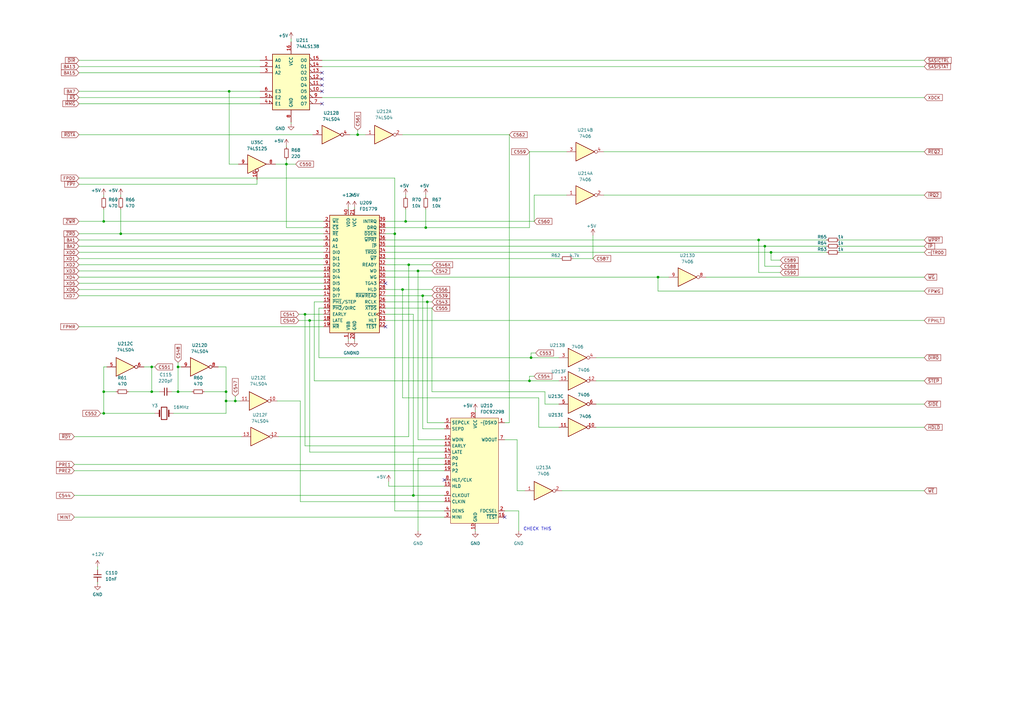
<source format=kicad_sch>
(kicad_sch (version 20211123) (generator eeschema)
  (paper "A3")
  (lib_symbols
    (symbol "74xx:74LS04"
      (property "Reference" "U" (at 0 1.27 0))
      (property "Value" "74LS04" (at 0 -1.27 0))
      (symbol "74LS04_1_0"
        (polyline (pts (xy -3.81 3.81) (xy -3.81 -3.81) (xy 3.81 0) (xy -3.81 3.81)) (stroke (width 0.254)) (fill (type background)))
        (pin input line (at -7.62 0 0) (length 3.81) (name "~") (number "1"))
        (pin output inverted (at 7.62 0 180) (length 3.81) (name "~") (number "2"))
      )
      (symbol "74LS04_2_0"
        (polyline (pts (xy -3.81 3.81) (xy -3.81 -3.81) (xy 3.81 0) (xy -3.81 3.81)) (stroke (width 0.254)) (fill (type background)))
        (pin input line (at -7.62 0 0) (length 3.81) (name "~") (number "3"))
        (pin output inverted (at 7.62 0 180) (length 3.81) (name "~") (number "4"))
      )
      (symbol "74LS04_3_0"
        (polyline (pts (xy -3.81 3.81) (xy -3.81 -3.81) (xy 3.81 0) (xy -3.81 3.81)) (stroke (width 0.254)) (fill (type background)))
        (pin input line (at -7.62 0 0) (length 3.81) (name "~") (number "5"))
        (pin output inverted (at 7.62 0 180) (length 3.81) (name "~") (number "6"))
      )
      (symbol "74LS04_4_0"
        (polyline (pts (xy -3.81 3.81) (xy -3.81 -3.81) (xy 3.81 0) (xy -3.81 3.81)) (stroke (width 0.254)) (fill (type background)))
        (pin output inverted (at 7.62 0 180) (length 3.81) (name "~") (number "8"))
        (pin input line (at -7.62 0 0) (length 3.81) (name "~") (number "9"))
      )
      (symbol "74LS04_5_0"
        (polyline (pts (xy -3.81 3.81) (xy -3.81 -3.81) (xy 3.81 0) (xy -3.81 3.81)) (stroke (width 0.254)) (fill (type background)))
        (pin output inverted (at 7.62 0 180) (length 3.81) (name "~") (number "10"))
        (pin input line (at -7.62 0 0) (length 3.81) (name "~") (number "11"))
      )
      (symbol "74LS04_6_0"
        (polyline (pts (xy -3.81 3.81) (xy -3.81 -3.81) (xy 3.81 0) (xy -3.81 3.81)) (stroke (width 0.254)) (fill (type background)))
        (pin output inverted (at 7.62 0 180) (length 3.81) (name "~") (number "12"))
        (pin input line (at -7.62 0 0) (length 3.81) (name "~") (number "13"))
      )
      (symbol "74LS04_7_0"
        (pin power_in line (at 0 12.7 270) (length 5.08) (name "VCC") (number "14"))
        (pin power_in line (at 0 -12.7 90) (length 5.08) (name "GND") (number "7"))
      )
      (symbol "74LS04_7_1"
        (rectangle (start -5.08 7.62) (end 5.08 -7.62) (stroke (width 0.254)) (fill (type background)))
      )
    )
    (symbol "74xx:74LS06" (pin_names (offset 1.016))
      (property "Reference" "U" (at 0 1.27 0))
      (property "Value" "74LS06" (at 0 -1.27 0))
      (symbol "74LS06_1_0"
        (polyline (pts (xy -3.81 3.81) (xy -3.81 -3.81) (xy 3.81 0) (xy -3.81 3.81)) (stroke (width 0.254)) (fill (type background)))
        (pin input line (at -7.62 0 0) (length 3.81) (name "~") (number "1"))
        (pin open_collector inverted (at 7.62 0 180) (length 3.81) (name "~") (number "2"))
      )
      (symbol "74LS06_2_0"
        (polyline (pts (xy -3.81 3.81) (xy -3.81 -3.81) (xy 3.81 0) (xy -3.81 3.81)) (stroke (width 0.254)) (fill (type background)))
        (pin input line (at -7.62 0 0) (length 3.81) (name "~") (number "3"))
        (pin open_collector inverted (at 7.62 0 180) (length 3.81) (name "~") (number "4"))
      )
      (symbol "74LS06_3_0"
        (polyline (pts (xy -3.81 3.81) (xy -3.81 -3.81) (xy 3.81 0) (xy -3.81 3.81)) (stroke (width 0.254)) (fill (type background)))
        (pin input line (at -7.62 0 0) (length 3.81) (name "~") (number "5"))
        (pin open_collector inverted (at 7.62 0 180) (length 3.81) (name "~") (number "6"))
      )
      (symbol "74LS06_4_0"
        (polyline (pts (xy -3.81 3.81) (xy -3.81 -3.81) (xy 3.81 0) (xy -3.81 3.81)) (stroke (width 0.254)) (fill (type background)))
        (pin open_collector inverted (at 7.62 0 180) (length 3.81) (name "~") (number "8"))
        (pin input line (at -7.62 0 0) (length 3.81) (name "~") (number "9"))
      )
      (symbol "74LS06_5_0"
        (polyline (pts (xy -3.81 3.81) (xy -3.81 -3.81) (xy 3.81 0) (xy -3.81 3.81)) (stroke (width 0.254)) (fill (type background)))
        (pin open_collector inverted (at 7.62 0 180) (length 3.81) (name "~") (number "10"))
        (pin input line (at -7.62 0 0) (length 3.81) (name "~") (number "11"))
      )
      (symbol "74LS06_6_0"
        (polyline (pts (xy -3.81 3.81) (xy -3.81 -3.81) (xy 3.81 0) (xy -3.81 3.81)) (stroke (width 0.254)) (fill (type background)))
        (pin open_collector inverted (at 7.62 0 180) (length 3.81) (name "~") (number "12"))
        (pin input line (at -7.62 0 0) (length 3.81) (name "~") (number "13"))
      )
      (symbol "74LS06_7_0"
        (pin power_in line (at 0 12.7 270) (length 5.08) (name "VCC") (number "14"))
        (pin power_in line (at 0 -12.7 90) (length 5.08) (name "GND") (number "7"))
      )
      (symbol "74LS06_7_1"
        (rectangle (start -5.08 7.62) (end 5.08 -7.62) (stroke (width 0.254)) (fill (type background)))
      )
    )
    (symbol "74xx:74LS125" (pin_names (offset 1.016))
      (property "Reference" "U" (at 0 1.27 0))
      (property "Value" "74LS125" (at 0 -1.27 0))
      (symbol "74LS125_1_0"
        (polyline (pts (xy -3.81 3.81) (xy -3.81 -3.81) (xy 3.81 0) (xy -3.81 3.81)) (stroke (width 0.254)) (fill (type background)))
        (pin input inverted (at 0 -6.35 90) (length 4.445) (name "~") (number "1"))
        (pin input line (at -7.62 0 0) (length 3.81) (name "~") (number "2"))
        (pin tri_state line (at 7.62 0 180) (length 3.81) (name "~") (number "3"))
      )
      (symbol "74LS125_2_0"
        (polyline (pts (xy -3.81 3.81) (xy -3.81 -3.81) (xy 3.81 0) (xy -3.81 3.81)) (stroke (width 0.254)) (fill (type background)))
        (pin input inverted (at 0 -6.35 90) (length 4.445) (name "~") (number "4"))
        (pin input line (at -7.62 0 0) (length 3.81) (name "~") (number "5"))
        (pin tri_state line (at 7.62 0 180) (length 3.81) (name "~") (number "6"))
      )
      (symbol "74LS125_3_0"
        (polyline (pts (xy -3.81 3.81) (xy -3.81 -3.81) (xy 3.81 0) (xy -3.81 3.81)) (stroke (width 0.254)) (fill (type background)))
        (pin input inverted (at 0 -6.35 90) (length 4.445) (name "~") (number "10"))
        (pin tri_state line (at 7.62 0 180) (length 3.81) (name "~") (number "8"))
        (pin input line (at -7.62 0 0) (length 3.81) (name "~") (number "9"))
      )
      (symbol "74LS125_4_0"
        (polyline (pts (xy -3.81 3.81) (xy -3.81 -3.81) (xy 3.81 0) (xy -3.81 3.81)) (stroke (width 0.254)) (fill (type background)))
        (pin tri_state line (at 7.62 0 180) (length 3.81) (name "~") (number "11"))
        (pin input line (at -7.62 0 0) (length 3.81) (name "~") (number "12"))
        (pin input inverted (at 0 -6.35 90) (length 4.445) (name "~") (number "13"))
      )
      (symbol "74LS125_5_0"
        (pin power_in line (at 0 12.7 270) (length 5.08) (name "VCC") (number "14"))
        (pin power_in line (at 0 -12.7 90) (length 5.08) (name "GND") (number "7"))
      )
      (symbol "74LS125_5_1"
        (rectangle (start -5.08 7.62) (end 5.08 -7.62) (stroke (width 0.254)) (fill (type background)))
      )
    )
    (symbol "74xx:74LS138" (pin_names (offset 1.016))
      (property "Reference" "U" (at -7.62 11.43 0))
      (property "Value" "74LS138" (at -7.62 -13.97 0))
      (symbol "74LS138_1_0"
        (pin input line (at -12.7 7.62 0) (length 5.08) (name "A0") (number "1"))
        (pin output output_low (at 12.7 -5.08 180) (length 5.08) (name "O5") (number "10"))
        (pin output output_low (at 12.7 -2.54 180) (length 5.08) (name "O4") (number "11"))
        (pin output output_low (at 12.7 0 180) (length 5.08) (name "O3") (number "12"))
        (pin output output_low (at 12.7 2.54 180) (length 5.08) (name "O2") (number "13"))
        (pin output output_low (at 12.7 5.08 180) (length 5.08) (name "O1") (number "14"))
        (pin output output_low (at 12.7 7.62 180) (length 5.08) (name "O0") (number "15"))
        (pin power_in line (at 0 15.24 270) (length 5.08) (name "VCC") (number "16"))
        (pin input line (at -12.7 5.08 0) (length 5.08) (name "A1") (number "2"))
        (pin input line (at -12.7 2.54 0) (length 5.08) (name "A2") (number "3"))
        (pin input input_low (at -12.7 -10.16 0) (length 5.08) (name "E1") (number "4"))
        (pin input input_low (at -12.7 -7.62 0) (length 5.08) (name "E2") (number "5"))
        (pin input line (at -12.7 -5.08 0) (length 5.08) (name "E3") (number "6"))
        (pin output output_low (at 12.7 -10.16 180) (length 5.08) (name "O7") (number "7"))
        (pin power_in line (at 0 -17.78 90) (length 5.08) (name "GND") (number "8"))
        (pin output output_low (at 12.7 -7.62 180) (length 5.08) (name "O6") (number "9"))
      )
      (symbol "74LS138_1_1"
        (rectangle (start -7.62 10.16) (end 7.62 -12.7) (stroke (width 0.254)) (fill (type background)))
      )
    )
    (symbol "Device:C_Small" (pin_numbers hide) (pin_names (offset 0.254) hide)
      (property "Reference" "C" (at 0.254 1.778 0))
      (property "Value" "C_Small" (at 0.254 -2.032 0))
      (symbol "C_Small_0_1"
        (polyline (pts (xy -1.524 -0.508) (xy 1.524 -0.508)) (stroke (width 0.3302)))
        (polyline (pts (xy -1.524 0.508) (xy 1.524 0.508)) (stroke (width 0.3048)))
      )
      (symbol "C_Small_1_1"
        (pin passive line (at 0 2.54 270) (length 2.032) (name "~") (number "1"))
        (pin passive line (at 0 -2.54 90) (length 2.032) (name "~") (number "2"))
      )
    )
    (symbol "Device:Crystal" (pin_numbers hide) (pin_names (offset 1.016) hide)
      (property "Reference" "Y" (at 0 3.81 0))
      (property "Value" "Crystal" (at 0 -3.81 0))
      (symbol "Crystal_0_1"
        (rectangle (start -1.143 2.54) (end 1.143 -2.54) (stroke (width 0.3048)))
        (polyline (pts (xy -2.54 0) (xy -1.905 0)))
        (polyline (pts (xy -1.905 -1.27) (xy -1.905 1.27)) (stroke (width 0.508)))
        (polyline (pts (xy 1.905 -1.27) (xy 1.905 1.27)) (stroke (width 0.508)))
        (polyline (pts (xy 2.54 0) (xy 1.905 0)))
      )
      (symbol "Crystal_1_1"
        (pin passive line (at -3.81 0 0) (length 1.27) (name "1") (number "1"))
        (pin passive line (at 3.81 0 180) (length 1.27) (name "2") (number "2"))
      )
    )
    (symbol "Device:R_Small" (pin_numbers hide) (pin_names (offset 0.254) hide)
      (property "Reference" "R" (at 0.762 0.508 0))
      (property "Value" "R_Small" (at 0.762 -1.016 0))
      (symbol "R_Small_0_1"
        (rectangle (start -0.762 1.778) (end 0.762 -1.778) (stroke (width 0.2032)))
      )
      (symbol "R_Small_1_1"
        (pin passive line (at 0 2.54 270) (length 0.762) (name "~") (number "1"))
        (pin passive line (at 0 -2.54 90) (length 0.762) (name "~") (number "2"))
      )
    )
    (symbol "power:+12V" (power) (pin_names (offset 0))
      (property "Value" "+12V" (at 0 3.556 0))
      (symbol "+12V_0_1"
        (polyline (pts (xy -0.762 1.27) (xy 0 2.54)))
        (polyline (pts (xy 0 0) (xy 0 2.54)))
        (polyline (pts (xy 0 2.54) (xy 0.762 1.27)))
      )
      (symbol "+12V_1_1"
        (pin power_in line (at 0 0 90) (length 0) hide (name "+12V") (number "1"))
      )
    )
    (symbol "power:+5V" (power) (pin_names (offset 0))
      (property "Value" "+5V" (at 0 3.556 0))
      (symbol "+5V_0_1"
        (polyline (pts (xy -0.762 1.27) (xy 0 2.54)))
        (polyline (pts (xy 0 0) (xy 0 2.54)))
        (polyline (pts (xy 0 2.54) (xy 0.762 1.27)))
      )
      (symbol "+5V_1_1"
        (pin power_in line (at 0 0 90) (length 0) hide (name "+5V") (number "1"))
      )
    )
    (symbol "power:GND" (power) (pin_names (offset 0))
      (property "Value" "GND" (at 0 -3.81 0))
      (symbol "GND_0_1"
        (polyline (pts (xy 0 0) (xy 0 -1.27) (xy 1.27 -1.27) (xy 0 -2.54) (xy -1.27 -1.27) (xy 0 -1.27)))
      )
      (symbol "GND_1_1"
        (pin power_in line (at 0 0 270) (length 0) hide (name "GND") (number "1"))
      )
    )
    (symbol "x37:FD1779" (pin_names (offset 1.016))
      (property "Reference" "U" (at -8.89 24.13 0))
      (property "Value" "FD1779" (at 8.382 24.384 0))
      (symbol "FD1779_0_0"
        (pin tri_state line (at 12.7 -7.62 180) (length 2.54) (name "HLD") (number "28"))
      )
      (symbol "FD1779_0_1"
        (rectangle (start -10.16 22.86) (end 10.16 -25.4) (stroke (width 0.254)) (fill (type background)))
      )
      (symbol "FD1779_1_1"
        (pin power_in line (at -2.54 -27.94 90) (length 2.54) (name "VBB") (number "1"))
        (pin tri_state line (at -12.7 0 0) (length 2.54) (name "DI3") (number "10"))
        (pin tri_state line (at -12.7 -2.54 0) (length 2.54) (name "DI4") (number "11"))
        (pin tri_state line (at -12.7 -5.08 0) (length 2.54) (name "DI5") (number "12"))
        (pin tri_state line (at -12.7 -7.62 0) (length 2.54) (name "DI6") (number "13"))
        (pin tri_state line (at -12.7 -10.16 0) (length 2.54) (name "DI7") (number "14"))
        (pin output line (at -12.7 -12.7 0) (length 2.54) (name "~{PH1}/STEP") (number "15"))
        (pin output line (at -12.7 -15.24 0) (length 2.54) (name "~{PH2}/DIRC") (number "16"))
        (pin output line (at -12.7 -17.78 0) (length 2.54) (name "EARLY") (number "17"))
        (pin output line (at -12.7 -20.32 0) (length 2.54) (name "LATE") (number "18"))
        (pin input line (at -12.7 -22.86 0) (length 2.54) (name "~{MR}") (number "19"))
        (pin input line (at -12.7 20.32 0) (length 2.54) (name "~{WE}") (number "2"))
        (pin power_in line (at 0 -27.94 90) (length 2.54) (name "GND") (number "20"))
        (pin power_in line (at 0 25.4 270) (length 2.54) (name "VCC") (number "21"))
        (pin input line (at 12.7 -22.86 180) (length 2.54) (name "~{TEST}") (number "22"))
        (pin input line (at 12.7 -20.32 180) (length 2.54) (name "HLT") (number "23"))
        (pin input clock (at 12.7 -17.78 180) (length 2.54) (name "CLK") (number "24"))
        (pin output line (at 12.7 -15.24 180) (length 2.54) (name "~{XTDS}") (number "25"))
        (pin input line (at 12.7 -12.7 180) (length 2.54) (name "RCLK") (number "26"))
        (pin input line (at 12.7 -10.16 180) (length 2.54) (name "~{RAWREAD}") (number "27"))
        (pin output line (at 12.7 -5.08 180) (length 2.54) (name "TG43") (number "29"))
        (pin input line (at -12.7 17.78 0) (length 2.54) (name "~{CS}") (number "3"))
        (pin output line (at 12.7 -2.54 180) (length 2.54) (name "WG") (number "30"))
        (pin output line (at 12.7 0 180) (length 2.54) (name "WD") (number "31"))
        (pin input line (at 12.7 2.54 180) (length 2.54) (name "READY") (number "32"))
        (pin input line (at 12.7 5.08 180) (length 2.54) (name "~{WF}") (number "33"))
        (pin input line (at 12.7 7.62 180) (length 2.54) (name "~{TR00}") (number "34"))
        (pin input line (at 12.7 10.16 180) (length 2.54) (name "~{IP}") (number "35"))
        (pin input line (at 12.7 12.7 180) (length 2.54) (name "~{WPRT}") (number "36"))
        (pin input line (at 12.7 15.24 180) (length 2.54) (name "~{DDEN}") (number "37"))
        (pin output line (at 12.7 17.78 180) (length 2.54) (name "DRQ") (number "38"))
        (pin input line (at 12.7 20.32 180) (length 2.54) (name "INTRQ") (number "39"))
        (pin input line (at -12.7 15.24 0) (length 2.54) (name "~{RE}") (number "4"))
        (pin power_in line (at -2.54 25.4 270) (length 2.54) (name "VDD") (number "40"))
        (pin input line (at -12.7 12.7 0) (length 2.54) (name "A0") (number "5"))
        (pin input line (at -12.7 10.16 0) (length 2.54) (name "A1") (number "6"))
        (pin tri_state line (at -12.7 7.62 0) (length 2.54) (name "DI0") (number "7"))
        (pin tri_state line (at -12.7 5.08 0) (length 2.54) (name "DI1") (number "8"))
        (pin tri_state line (at -12.7 2.54 0) (length 2.54) (name "DI2") (number "9"))
      )
    )
    (symbol "x37:FDC9229B"
      (property "Reference" "U" (at -8.89 13.335 0))
      (property "Value" "FDC9229B" (at 8.89 13.335 0))
      (symbol "FDC9229B_0_0"
        (pin input line (at 12.065 7.62 180) (length 2.54) (name "~{DSKD") (number "1"))
        (pin power_in line (at 0 -36.195 90) (length 2.54) (name "GND") (number "10"))
        (pin input line (at -12.7 -24.765 0) (length 2.54) (name "CLKIN") (number "11"))
        (pin input line (at -12.7 0.635 0) (length 2.54) (name "WDIN") (number "12"))
        (pin input line (at -12.7 -1.905 0) (length 2.54) (name "EARLY") (number "13"))
        (pin input line (at -12.7 -4.445 0) (length 2.54) (name "LATE") (number "14"))
        (pin input line (at -12.7 -18.415 0) (length 2.54) (name "HLD") (number "15"))
        (pin output line (at 12.065 -31.115 180) (length 2.54) (name "~{TEST}") (number "16"))
        (pin input line (at -12.7 -6.985 0) (length 2.54) (name "P0") (number "17"))
        (pin input line (at -12.7 -9.525 0) (length 2.54) (name "P1") (number "18"))
        (pin input line (at -12.7 -12.065 0) (length 2.54) (name "P2") (number "19"))
        (pin input line (at 12.065 -28.575 180) (length 2.54) (name "FDCSEL") (number "2"))
        (pin power_in line (at 0 12.065 270) (length 2.54) (name "VCC") (number "20"))
        (pin input line (at -12.7 -31.115 0) (length 2.54) (name "MINI") (number "3"))
        (pin input line (at -12.7 -28.575 0) (length 2.54) (name "DENS") (number "4"))
        (pin output line (at -12.7 7.62 0) (length 2.54) (name "SEPCLK") (number "5"))
        (pin output line (at -12.7 5.08 0) (length 2.54) (name "SEPD") (number "6"))
        (pin output line (at 12.065 0.635 180) (length 2.54) (name "WDOUT") (number "7"))
        (pin input line (at -12.7 -15.875 0) (length 2.54) (name "HLT/CLK") (number "8"))
        (pin output line (at -12.7 -22.225 0) (length 2.54) (name "CLKOUT") (number "9"))
      )
      (symbol "FDC9229B_0_1"
        (rectangle (start -10.16 9.525) (end 9.525 -33.655) (fill (type background)))
      )
    )
  )
  (junction (at 93.98 37.465))
  (junction (at 73.025 150.495))
  (junction (at 92.71 160.655))
  (junction (at 42.545 160.655))
  (junction (at 42.545 169.545))
  (junction (at 173.355 121.285))
  (junction (at 217.17 156.21))
  (junction (at 125.095 128.905))
  (junction (at 175.26 123.825))
  (junction (at 316.23 103.505))
  (junction (at 166.37 90.805))
  (junction (at 62.23 150.495))
  (junction (at 165.1 118.745))
  (junction (at 42.545 90.805))
  (junction (at 217.805 146.685))
  (junction (at 269.875 113.665))
  (junction (at 127 131.445))
  (junction (at 96.52 164.465))
  (junction (at 146.685 55.245))
  (junction (at 313.69 100.965))
  (junction (at 62.23 160.655))
  (junction (at 169.545 203.2))
  (junction (at 73.025 160.655))
  (junction (at 311.15 98.425))
  (junction (at 117.475 67.31))
  (junction (at 174.625 93.345))
  (junction (at 49.53 95.885))
  (junction (at 171.45 111.125))
  (junction (at 92.71 164.465))
  (junction (at 161.925 95.885))
  (junction (at 167.64 108.585))
  (no_connect (at 132.08 29.845))
  (no_connect (at 158.115 133.985))
  (no_connect (at 158.115 116.205))
  (no_connect (at 132.08 34.925))
  (no_connect (at 182.245 196.85))
  (no_connect (at 132.08 37.465))
  (no_connect (at 207.01 212.09))
  (no_connect (at 132.08 32.385))
  (no_connect (at 132.08 42.545))
  (wire (pts (xy 182.245 187.96) (xy 171.45 187.96)))
  (wire (pts (xy 105.41 73.66) (xy 105.41 75.565)))
  (wire (pts (xy 62.23 160.655) (xy 65.405 160.655)))
  (wire (pts (xy 320.04 109.22) (xy 313.69 109.22)))
  (wire (pts (xy 130.81 126.365) (xy 132.715 126.365)))
  (wire (pts (xy 158.115 108.585) (xy 167.64 108.585)))
  (wire (pts (xy 132.715 93.345) (xy 117.475 93.345)))
  (wire (pts (xy 171.45 187.96) (xy 171.45 217.805)))
  (wire (pts (xy 161.925 209.55) (xy 182.245 209.55)))
  (wire (pts (xy 32.385 75.565) (xy 105.41 75.565)))
  (wire (pts (xy 244.475 156.21) (xy 379.095 156.21)))
  (wire (pts (xy 32.385 40.005) (xy 106.68 40.005)))
  (wire (pts (xy 165.1 163.195) (xy 220.98 163.195)))
  (wire (pts (xy 174.625 93.345) (xy 217.17 93.345)))
  (wire (pts (xy 313.69 109.22) (xy 313.69 100.965)))
  (wire (pts (xy 269.875 113.665) (xy 269.875 119.38)))
  (wire (pts (xy 92.71 164.465) (xy 92.71 160.655)))
  (wire (pts (xy 171.45 180.34) (xy 182.245 180.34)))
  (wire (pts (xy 92.71 150.495) (xy 89.535 150.495)))
  (wire (pts (xy 212.09 201.295) (xy 215.265 201.295)))
  (wire (pts (xy 217.805 146.685) (xy 229.235 146.685)))
  (wire (pts (xy 244.475 146.685) (xy 379.095 146.685)))
  (wire (pts (xy 42.545 80.01) (xy 42.545 80.645)))
  (wire (pts (xy 219.075 154.305) (xy 217.17 154.305)))
  (wire (pts (xy 42.545 160.655) (xy 47.625 160.655)))
  (wire (pts (xy 97.79 67.31) (xy 93.98 67.31)))
  (wire (pts (xy 161.925 95.885) (xy 161.925 73.025)))
  (wire (pts (xy 93.98 37.465) (xy 106.68 37.465)))
  (wire (pts (xy 208.915 55.245) (xy 208.915 173.355)))
  (wire (pts (xy 119.38 15.875) (xy 119.38 17.145)))
  (wire (pts (xy 32.385 118.745) (xy 132.715 118.745)))
  (wire (pts (xy 229.235 156.21) (xy 217.17 156.21)))
  (wire (pts (xy 158.115 121.285) (xy 173.355 121.285)))
  (wire (pts (xy 169.545 203.2) (xy 182.245 203.2)))
  (wire (pts (xy 32.385 24.765) (xy 106.68 24.765)))
  (wire (pts (xy 125.095 128.905) (xy 132.715 128.905)))
  (wire (pts (xy 122.555 128.905) (xy 125.095 128.905)))
  (wire (pts (xy 127 185.42) (xy 182.245 185.42)))
  (wire (pts (xy 171.45 111.125) (xy 171.45 180.34)))
  (wire (pts (xy 223.52 160.655) (xy 223.52 165.735)))
  (wire (pts (xy 63.5 169.545) (xy 42.545 169.545)))
  (wire (pts (xy 166.37 90.805) (xy 219.075 90.805)))
  (wire (pts (xy 32.385 116.205) (xy 132.715 116.205)))
  (wire (pts (xy 207.01 173.355) (xy 208.915 173.355)))
  (wire (pts (xy 269.875 119.38) (xy 379.095 119.38)))
  (wire (pts (xy 320.04 111.76) (xy 311.15 111.76)))
  (wire (pts (xy 174.625 80.01) (xy 174.625 80.645)))
  (wire (pts (xy 158.115 103.505) (xy 316.23 103.505)))
  (wire (pts (xy 32.385 27.305) (xy 106.68 27.305)))
  (wire (pts (xy 219.71 144.78) (xy 217.805 144.78)))
  (wire (pts (xy 32.385 95.885) (xy 49.53 95.885)))
  (wire (pts (xy 175.26 123.825) (xy 177.165 123.825)))
  (wire (pts (xy 123.19 205.74) (xy 123.19 164.465)))
  (wire (pts (xy 167.64 179.07) (xy 114.3 179.07)))
  (wire (pts (xy 158.115 95.885) (xy 161.925 95.885)))
  (wire (pts (xy 217.17 62.23) (xy 232.41 62.23)))
  (wire (pts (xy 132.08 27.305) (xy 379.095 27.305)))
  (wire (pts (xy 316.23 106.68) (xy 316.23 103.505)))
  (wire (pts (xy 234.95 106.045) (xy 243.205 106.045)))
  (wire (pts (xy 32.385 121.285) (xy 132.715 121.285)))
  (wire (pts (xy 223.52 165.735) (xy 229.235 165.735)))
  (wire (pts (xy 174.625 93.345) (xy 174.625 85.725)))
  (wire (pts (xy 42.545 169.545) (xy 42.545 160.655)))
  (wire (pts (xy 173.355 121.285) (xy 173.355 175.895)))
  (wire (pts (xy 165.1 118.745) (xy 177.165 118.745)))
  (wire (pts (xy 247.65 62.23) (xy 379.095 62.23)))
  (wire (pts (xy 128.905 156.21) (xy 128.905 123.825)))
  (wire (pts (xy 316.23 103.505) (xy 339.09 103.505)))
  (wire (pts (xy 173.355 175.895) (xy 182.245 175.895)))
  (wire (pts (xy 70.485 160.655) (xy 73.025 160.655)))
  (wire (pts (xy 49.53 85.725) (xy 49.53 95.885)))
  (wire (pts (xy 128.905 123.825) (xy 132.715 123.825)))
  (wire (pts (xy 230.505 201.295) (xy 379.095 201.295)))
  (wire (pts (xy 113.03 67.31) (xy 117.475 67.31)))
  (wire (pts (xy 130.81 126.365) (xy 130.81 146.685)))
  (wire (pts (xy 161.925 95.885) (xy 161.925 209.55)))
  (wire (pts (xy 92.71 164.465) (xy 96.52 164.465)))
  (wire (pts (xy 83.82 160.655) (xy 92.71 160.655)))
  (wire (pts (xy 158.115 128.905) (xy 169.545 128.905)))
  (wire (pts (xy 32.385 29.845) (xy 106.68 29.845)))
  (wire (pts (xy 123.19 164.465) (xy 113.665 164.465)))
  (wire (pts (xy 169.545 128.905) (xy 169.545 203.2)))
  (wire (pts (xy 52.705 160.655) (xy 62.23 160.655)))
  (wire (pts (xy 132.08 24.765) (xy 379.095 24.765)))
  (wire (pts (xy 158.115 123.825) (xy 175.26 123.825)))
  (wire (pts (xy 40.005 232.41) (xy 40.005 233.68)))
  (wire (pts (xy 62.23 150.495) (xy 59.055 150.495)))
  (wire (pts (xy 32.385 73.025) (xy 161.925 73.025)))
  (wire (pts (xy 73.025 148.59) (xy 73.025 150.495)))
  (wire (pts (xy 165.1 55.245) (xy 208.915 55.245)))
  (wire (pts (xy 311.15 98.425) (xy 311.15 111.76)))
  (wire (pts (xy 159.385 197.485) (xy 159.385 199.39)))
  (wire (pts (xy 96.52 164.465) (xy 98.425 164.465)))
  (wire (pts (xy 166.37 90.805) (xy 166.37 85.725)))
  (wire (pts (xy 32.385 133.985) (xy 132.715 133.985)))
  (wire (pts (xy 30.48 212.09) (xy 182.245 212.09)))
  (wire (pts (xy 158.115 93.345) (xy 174.625 93.345)))
  (wire (pts (xy 247.65 80.01) (xy 379.095 80.01)))
  (wire (pts (xy 62.23 160.655) (xy 62.23 150.495)))
  (wire (pts (xy 244.475 165.735) (xy 379.095 165.735)))
  (wire (pts (xy 158.115 111.125) (xy 171.45 111.125)))
  (wire (pts (xy 217.17 154.305) (xy 217.17 156.21)))
  (wire (pts (xy 73.025 150.495) (xy 73.025 160.655)))
  (wire (pts (xy 243.205 96.52) (xy 243.205 106.045)))
  (wire (pts (xy 30.48 190.5) (xy 182.245 190.5)))
  (wire (pts (xy 158.115 100.965) (xy 313.69 100.965)))
  (wire (pts (xy 219.075 80.01) (xy 232.41 80.01)))
  (wire (pts (xy 71.12 169.545) (xy 92.71 169.545)))
  (wire (pts (xy 41.275 169.545) (xy 42.545 169.545)))
  (wire (pts (xy 117.475 67.31) (xy 121.285 67.31)))
  (wire (pts (xy 182.245 182.88) (xy 125.095 182.88)))
  (wire (pts (xy 175.26 173.355) (xy 182.245 173.355)))
  (wire (pts (xy 194.945 217.17) (xy 194.945 217.805)))
  (wire (pts (xy 171.45 111.125) (xy 177.165 111.125)))
  (wire (pts (xy 32.385 100.965) (xy 132.715 100.965)))
  (wire (pts (xy 49.53 80.01) (xy 49.53 80.645)))
  (wire (pts (xy 117.475 93.345) (xy 117.475 67.31)))
  (wire (pts (xy 244.475 175.26) (xy 379.095 175.26)))
  (wire (pts (xy 92.71 160.655) (xy 92.71 150.495)))
  (wire (pts (xy 269.875 113.665) (xy 274.32 113.665)))
  (wire (pts (xy 32.385 55.245) (xy 128.27 55.245)))
  (wire (pts (xy 128.905 156.21) (xy 217.17 156.21)))
  (wire (pts (xy 220.98 163.195) (xy 220.98 175.26)))
  (wire (pts (xy 119.38 50.165) (xy 119.38 50.8)))
  (wire (pts (xy 158.115 98.425) (xy 311.15 98.425)))
  (wire (pts (xy 30.48 203.2) (xy 169.545 203.2)))
  (wire (pts (xy 32.385 108.585) (xy 132.715 108.585)))
  (wire (pts (xy 30.48 179.07) (xy 99.06 179.07)))
  (wire (pts (xy 177.165 160.655) (xy 223.52 160.655)))
  (wire (pts (xy 49.53 95.885) (xy 132.715 95.885)))
  (wire (pts (xy 207.01 180.34) (xy 212.09 180.34)))
  (wire (pts (xy 125.095 182.88) (xy 125.095 128.905)))
  (wire (pts (xy 32.385 106.045) (xy 132.715 106.045)))
  (wire (pts (xy 158.115 118.745) (xy 165.1 118.745)))
  (wire (pts (xy 158.115 106.045) (xy 229.87 106.045)))
  (wire (pts (xy 32.385 103.505) (xy 132.715 103.505)))
  (wire (pts (xy 344.17 100.965) (xy 379.095 100.965)))
  (wire (pts (xy 32.385 42.545) (xy 106.68 42.545)))
  (wire (pts (xy 32.385 90.805) (xy 42.545 90.805)))
  (wire (pts (xy 158.115 131.445) (xy 379.095 131.445)))
  (wire (pts (xy 158.115 113.665) (xy 269.875 113.665)))
  (wire (pts (xy 311.15 98.425) (xy 339.09 98.425)))
  (wire (pts (xy 40.005 238.76) (xy 40.005 239.395)))
  (wire (pts (xy 217.17 62.23) (xy 217.17 93.345)))
  (wire (pts (xy 127 131.445) (xy 127 185.42)))
  (wire (pts (xy 42.545 90.805) (xy 132.715 90.805)))
  (wire (pts (xy 159.385 199.39) (xy 182.245 199.39)))
  (wire (pts (xy 173.355 121.285) (xy 177.165 121.285)))
  (wire (pts (xy 207.01 209.55) (xy 212.725 209.55)))
  (wire (pts (xy 93.98 67.31) (xy 93.98 37.465)))
  (wire (pts (xy 212.725 209.55) (xy 212.725 217.805)))
  (wire (pts (xy 74.295 150.495) (xy 73.025 150.495)))
  (wire (pts (xy 165.1 118.745) (xy 165.1 163.195)))
  (wire (pts (xy 146.685 55.245) (xy 149.86 55.245)))
  (wire (pts (xy 167.64 108.585) (xy 167.64 179.07)))
  (wire (pts (xy 289.56 113.665) (xy 379.095 113.665)))
  (wire (pts (xy 122.555 131.445) (xy 127 131.445)))
  (wire (pts (xy 344.17 103.505) (xy 379.095 103.505)))
  (wire (pts (xy 320.04 106.68) (xy 316.23 106.68)))
  (wire (pts (xy 217.805 144.78) (xy 217.805 146.685)))
  (wire (pts (xy 219.075 90.805) (xy 219.075 80.01)))
  (wire (pts (xy 142.875 85.09) (xy 142.875 85.725)))
  (wire (pts (xy 313.69 100.965) (xy 339.09 100.965)))
  (wire (pts (xy 220.98 175.26) (xy 229.235 175.26)))
  (wire (pts (xy 177.165 126.365) (xy 177.165 160.655)))
  (wire (pts (xy 62.23 150.495) (xy 63.5 150.495)))
  (wire (pts (xy 32.385 111.125) (xy 132.715 111.125)))
  (wire (pts (xy 42.545 85.725) (xy 42.545 90.805)))
  (wire (pts (xy 117.475 59.69) (xy 117.475 60.325)))
  (wire (pts (xy 194.945 168.275) (xy 194.945 168.91)))
  (wire (pts (xy 143.51 55.245) (xy 146.685 55.245)))
  (wire (pts (xy 166.37 80.01) (xy 166.37 80.645)))
  (wire (pts (xy 117.475 67.31) (xy 117.475 65.405)))
  (wire (pts (xy 32.385 98.425) (xy 132.715 98.425)))
  (wire (pts (xy 132.08 40.005) (xy 379.095 40.005)))
  (wire (pts (xy 30.48 193.04) (xy 182.245 193.04)))
  (wire (pts (xy 127 131.445) (xy 132.715 131.445)))
  (wire (pts (xy 42.545 150.495) (xy 42.545 160.655)))
  (wire (pts (xy 92.71 169.545) (xy 92.71 164.465)))
  (wire (pts (xy 32.385 37.465) (xy 93.98 37.465)))
  (wire (pts (xy 158.115 90.805) (xy 166.37 90.805)))
  (wire (pts (xy 73.025 160.655) (xy 78.74 160.655)))
  (wire (pts (xy 32.385 113.665) (xy 132.715 113.665)))
  (wire (pts (xy 43.815 150.495) (xy 42.545 150.495)))
  (wire (pts (xy 96.52 162.56) (xy 96.52 164.465)))
  (wire (pts (xy 344.17 98.425) (xy 379.095 98.425)))
  (wire (pts (xy 158.115 126.365) (xy 177.165 126.365)))
  (wire (pts (xy 142.875 139.065) (xy 142.875 139.7)))
  (wire (pts (xy 167.64 108.585) (xy 177.165 108.585)))
  (wire (pts (xy 145.415 139.065) (xy 145.415 139.7)))
  (wire (pts (xy 182.245 205.74) (xy 123.19 205.74)))
  (wire (pts (xy 145.415 85.09) (xy 145.415 85.725)))
  (wire (pts (xy 146.685 53.34) (xy 146.685 55.245)))
  (wire (pts (xy 130.81 146.685) (xy 217.805 146.685)))
  (wire (pts (xy 175.26 123.825) (xy 175.26 173.355)))
  (wire (pts (xy 212.09 180.34) (xy 212.09 201.295)))
  (text "CHECK THIS" (at 214.63 217.805 0) (effects (font (size 1.27 1.27)) (justify left bottom)))
  (global_label "BA15" (shape input) (at 32.385 29.845 180) (property "Intersheet References" "${INTERSHEET_REFS}" (effects hide)))
  (global_label "C561" (shape input) (at 146.685 53.34 90) (property "Intersheet References" "${INTERSHEET_REFS}" (effects hide)))
  (global_label "C559" (shape input) (at 217.17 62.23 180) (property "Intersheet References" "${INTERSHEET_REFS}" (effects hide)))
  (global_label "XD7" (shape input) (at 32.385 121.285 180) (property "Intersheet References" "${INTERSHEET_REFS}" (effects hide)))
  (global_label "C552" (shape input) (at 41.275 169.545 180) (property "Intersheet References" "${INTERSHEET_REFS}" (effects hide)))
  (global_label "~{SIDE}" (shape input) (at 379.095 165.735 0) (property "Intersheet References" "${INTERSHEET_REFS}" (effects hide)))
  (global_label "~{ZWR}" (shape input) (at 32.385 90.805 180) (property "Intersheet References" "${INTERSHEET_REFS}" (effects hide)))
  (global_label "~{MMG}" (shape input) (at 32.385 42.545 180) (property "Intersheet References" "${INTERSHEET_REFS}" (effects hide)))
  (global_label "FPMR" (shape input) (at 32.385 133.985 180) (property "Intersheet References" "${INTERSHEET_REFS}" (effects hide)))
  (global_label "~{AS}" (shape input) (at 32.385 40.005 180) (property "Intersheet References" "${INTERSHEET_REFS}" (effects hide)))
  (global_label "FPDD" (shape input) (at 32.385 73.025 180) (property "Intersheet References" "${INTERSHEET_REFS}" (effects hide)))
  (global_label "~{WG}" (shape input) (at 379.095 113.665 0) (property "Intersheet References" "${INTERSHEET_REFS}" (effects hide)))
  (global_label "XD0" (shape input) (at 32.385 103.505 180) (property "Intersheet References" "${INTERSHEET_REFS}" (effects hide)))
  (global_label "~{SASISTAT}" (shape input) (at 379.095 27.305 0) (property "Intersheet References" "${INTERSHEET_REFS}" (effects hide)))
  (global_label "~{FPY}" (shape input) (at 32.385 75.565 180) (property "Intersheet References" "${INTERSHEET_REFS}" (effects hide)))
  (global_label "C539" (shape input) (at 177.165 121.285 0) (property "Intersheet References" "${INTERSHEET_REFS}" (effects hide)))
  (global_label "BA1" (shape input) (at 32.385 98.425 180) (property "Intersheet References" "${INTERSHEET_REFS}" (effects hide)))
  (global_label "MINT" (shape input) (at 30.48 212.09 180) (property "Intersheet References" "${INTERSHEET_REFS}" (effects hide)))
  (global_label "C588" (shape input) (at 320.04 109.22 0) (property "Intersheet References" "${INTERSHEET_REFS}" (effects hide)))
  (global_label "C551" (shape input) (at 63.5 150.495 0) (property "Intersheet References" "${INTERSHEET_REFS}" (effects hide)))
  (global_label "C553" (shape input) (at 219.71 144.78 0) (property "Intersheet References" "${INTERSHEET_REFS}" (effects hide)))
  (global_label "~{REQ2}" (shape input) (at 379.095 62.23 0) (property "Intersheet References" "${INTERSHEET_REFS}" (effects hide)))
  (global_label "FPWG" (shape input) (at 379.095 119.38 0) (property "Intersheet References" "${INTERSHEET_REFS}" (effects hide)))
  (global_label "C562" (shape input) (at 208.915 55.245 0) (property "Intersheet References" "${INTERSHEET_REFS}" (effects hide)))
  (global_label "~{STEP}" (shape input) (at 379.095 156.21 0) (property "Intersheet References" "${INTERSHEET_REFS}" (effects hide)))
  (global_label "XD4" (shape input) (at 32.385 113.665 180) (property "Intersheet References" "${INTERSHEET_REFS}" (effects hide)))
  (global_label "~{DIR}" (shape input) (at 32.385 24.765 180) (property "Intersheet References" "${INTERSHEET_REFS}" (effects hide)))
  (global_label "~{IP}" (shape input) (at 379.095 100.965 0) (property "Intersheet References" "${INTERSHEET_REFS}" (effects hide)))
  (global_label "~{SASICTRL}" (shape input) (at 379.095 24.765 0) (property "Intersheet References" "${INTERSHEET_REFS}" (effects hide)))
  (global_label "C556" (shape input) (at 177.165 118.745 0) (property "Intersheet References" "${INTERSHEET_REFS}" (effects hide)))
  (global_label "~{IRQ2}" (shape input) (at 379.095 80.01 0) (property "Intersheet References" "${INTERSHEET_REFS}" (effects hide)))
  (global_label "C546X" (shape input) (at 177.165 108.585 0) (property "Intersheet References" "${INTERSHEET_REFS}" (effects hide)))
  (global_label "BA2" (shape input) (at 32.385 100.965 180) (property "Intersheet References" "${INTERSHEET_REFS}" (effects hide)))
  (global_label "C542" (shape input) (at 177.165 111.125 0) (property "Intersheet References" "${INTERSHEET_REFS}" (effects hide)))
  (global_label "C547" (shape input) (at 96.52 162.56 90) (property "Intersheet References" "${INTERSHEET_REFS}" (effects hide)))
  (global_label "XDCK" (shape input) (at 379.095 40.005 0) (property "Intersheet References" "${INTERSHEET_REFS}" (effects hide)))
  (global_label "BA7" (shape input) (at 32.385 37.465 180) (property "Intersheet References" "${INTERSHEET_REFS}" (effects hide)))
  (global_label "C543" (shape input) (at 177.165 123.825 0) (property "Intersheet References" "${INTERSHEET_REFS}" (effects hide)))
  (global_label "~{TR00" (shape input) (at 379.095 103.505 0) (property "Intersheet References" "${INTERSHEET_REFS}" (effects hide)))
  (global_label "~{ZRD}" (shape input) (at 32.385 95.885 180) (property "Intersheet References" "${INTERSHEET_REFS}" (effects hide)))
  (global_label "~{WE}" (shape input) (at 379.095 201.295 0) (property "Intersheet References" "${INTERSHEET_REFS}" (effects hide)))
  (global_label "XD6" (shape input) (at 32.385 118.745 180) (property "Intersheet References" "${INTERSHEET_REFS}" (effects hide)))
  (global_label "C548" (shape input) (at 73.025 148.59 90) (property "Intersheet References" "${INTERSHEET_REFS}" (effects hide)))
  (global_label "~{RDTA}" (shape input) (at 32.385 55.245 180) (property "Intersheet References" "${INTERSHEET_REFS}" (effects hide)))
  (global_label "XD5" (shape input) (at 32.385 116.205 180) (property "Intersheet References" "${INTERSHEET_REFS}" (effects hide)))
  (global_label "C589" (shape input) (at 320.04 106.68 0) (property "Intersheet References" "${INTERSHEET_REFS}" (effects hide)))
  (global_label "~{HDLD}" (shape input) (at 379.095 175.26 0) (property "Intersheet References" "${INTERSHEET_REFS}" (effects hide)))
  (global_label "PRE2" (shape input) (at 30.48 193.04 180) (property "Intersheet References" "${INTERSHEET_REFS}" (effects hide)))
  (global_label "C550" (shape input) (at 121.285 67.31 0) (property "Intersheet References" "${INTERSHEET_REFS}" (effects hide)))
  (global_label "~{DIR0}" (shape input) (at 379.095 146.685 0) (property "Intersheet References" "${INTERSHEET_REFS}" (effects hide)))
  (global_label "BA13" (shape input) (at 32.385 27.305 180) (property "Intersheet References" "${INTERSHEET_REFS}" (effects hide)))
  (global_label "C541" (shape input) (at 122.555 128.905 180) (property "Intersheet References" "${INTERSHEET_REFS}" (effects hide)))
  (global_label "XD2" (shape input) (at 32.385 108.585 180) (property "Intersheet References" "${INTERSHEET_REFS}" (effects hide)))
  (global_label "~{WPRT}" (shape input) (at 379.095 98.425 0) (property "Intersheet References" "${INTERSHEET_REFS}" (effects hide)))
  (global_label "C554" (shape input) (at 219.075 154.305 0) (property "Intersheet References" "${INTERSHEET_REFS}" (effects hide)))
  (global_label "C560" (shape input) (at 219.075 90.805 0) (property "Intersheet References" "${INTERSHEET_REFS}" (effects hide)))
  (global_label "C555" (shape input) (at 177.165 126.365 0) (property "Intersheet References" "${INTERSHEET_REFS}" (effects hide)))
  (global_label "PRE1" (shape input) (at 30.48 190.5 180) (property "Intersheet References" "${INTERSHEET_REFS}" (effects hide)))
  (global_label "XD3" (shape input) (at 32.385 111.125 180) (property "Intersheet References" "${INTERSHEET_REFS}" (effects hide)))
  (global_label "C544" (shape input) (at 30.48 203.2 180) (property "Intersheet References" "${INTERSHEET_REFS}" (effects hide)))
  (global_label "XD1" (shape input) (at 32.385 106.045 180) (property "Intersheet References" "${INTERSHEET_REFS}" (effects hide)))
  (global_label "C590" (shape input) (at 320.04 111.76 0) (property "Intersheet References" "${INTERSHEET_REFS}" (effects hide)))
  (global_label "~{RDY}" (shape input) (at 30.48 179.07 180) (property "Intersheet References" "${INTERSHEET_REFS}" (effects hide)))
  (global_label "C587" (shape input) (at 243.205 106.045 0) (property "Intersheet References" "${INTERSHEET_REFS}" (effects hide)))
  (global_label "FPHLT" (shape input) (at 379.095 131.445 0) (property "Intersheet References" "${INTERSHEET_REFS}" (effects hide)))
  (global_label "C540" (shape input) (at 122.555 131.445 180) (property "Intersheet References" "${INTERSHEET_REFS}" (effects hide)))
  (symbol (lib_id "power:+5V") (at 145.415 85.09 0) (unit 1)
    (property "Reference" "#PWR0499" (effects hide))
    (property "Value" "+5V" (at 145.415 80.01 0))
  )
  (symbol (lib_id "Device:Crystal") (at 67.31 169.545 0) (unit 1)
    (property "Reference" "Y3" (at 63.5 166.37 0))
    (property "Value" "16MHz" (at 74.295 167.005 0))
  )
  (symbol (lib_id "power:GND") (at 40.005 239.395 0) (unit 1)
    (property "Reference" "#PWR0502" (effects hide))
    (property "Value" "GND" (at 40.005 243.84 0))
  )
  (symbol (lib_id "Device:R_Small") (at 81.28 160.655 90) (unit 1)
    (property "Reference" "R60" (at 81.28 154.94 90))
    (property "Value" "470" (at 81.28 157.48 90))
    (property "Footprint" "Resistor_SMD:R_0402_1005Metric" (effects hide))
  )
  (symbol (lib_id "power:+5V") (at 119.38 15.875 0) (unit 1)
    (property "Reference" "#PWR0494" (effects hide))
    (property "Value" "+5V" (at 116.205 14.605 0))
  )
  (symbol (lib_id "power:+5V") (at 42.545 80.01 0) (unit 1)
    (property "Reference" "#PWR0500" (effects hide))
    (property "Value" "+5V" (at 39.37 78.105 0))
  )
  (symbol (lib_id "power:+12V") (at 142.875 85.09 0) (unit 1)
    (property "Reference" "#PWR0498" (effects hide))
    (property "Value" "+12V" (at 142.875 80.01 0))
  )
  (symbol (lib_id "74xx:74LS06") (at 281.94 113.665 0) (unit 4)
    (property "Reference" "U213" (at 281.94 104.775 0))
    (property "Value" "7406" (at 281.94 107.315 0))
    (property "Footprint" "Package_DIP:DIP-14_W7.62mm" (effects hide))
    (property "Datasheet" "http://www.ti.com/lit/gpn/sn74LS06" (effects hide))
  )
  (symbol (lib_id "power:+5V") (at 194.945 168.275 0) (unit 1)
    (property "Reference" "#PWR0505" (effects hide))
    (property "Value" "+5V" (at 191.77 166.37 0))
  )
  (symbol (lib_id "power:+5V") (at 159.385 197.485 0) (unit 1)
    (property "Reference" "#PWR0492" (effects hide))
    (property "Value" "+5V" (at 156.21 195.58 0))
  )
  (symbol (lib_id "power:+5V") (at 166.37 80.01 0) (unit 1)
    (property "Reference" "#PWR0495" (effects hide))
    (property "Value" "+5V" (at 165.735 76.2 0))
  )
  (symbol (lib_id "74xx:74LS138") (at 119.38 32.385 0) (unit 1)
    (property "Reference" "U211" (at 121.3994 16.51 0) (effects (justify left)))
    (property "Value" "74ALS138" (at 121.3994 19.05 0) (effects (justify left)))
    (property "Footprint" "Package_DIP:DIP-16_W7.62mm" (effects hide))
    (property "Datasheet" "http://www.ti.com/lit/gpn/sn74LS138" (effects hide))
  )
  (symbol (lib_id "74xx:74LS04") (at 135.89 55.245 0) (unit 2)
    (property "Reference" "U212" (at 135.89 46.355 0))
    (property "Value" "74LS04" (at 135.89 48.895 0))
    (property "Footprint" "Package_DIP:DIP-14_W7.62mm" (effects hide))
    (property "Datasheet" "http://www.ti.com/lit/gpn/sn74LS04" (effects hide))
  )
  (symbol (lib_id "74xx:74LS04") (at 51.435 150.495 0) (unit 3)
    (property "Reference" "U212" (at 51.435 140.97 0))
    (property "Value" "74LS04" (at 51.435 143.51 0))
    (property "Footprint" "Package_DIP:DIP-14_W7.62mm" (effects hide))
    (property "Datasheet" "http://www.ti.com/lit/gpn/sn74LS04" (effects hide))
  )
  (symbol (lib_id "74xx:74LS06") (at 236.855 146.685 0) (unit 2)
    (property "Reference" "U213" (at 228.6 141.605 0))
    (property "Value" "7406" (at 236.855 142.24 0))
    (property "Footprint" "Package_DIP:DIP-14_W7.62mm" (effects hide))
    (property "Datasheet" "http://www.ti.com/lit/gpn/sn74LS06" (effects hide))
  )
  (symbol (lib_id "74xx:74LS04") (at 106.045 164.465 0) (unit 5)
    (property "Reference" "U212" (at 106.045 154.94 0))
    (property "Value" "74LS04" (at 106.045 157.48 0))
    (property "Footprint" "Package_DIP:DIP-14_W7.62mm" (effects hide))
    (property "Datasheet" "http://www.ti.com/lit/gpn/sn74LS04" (effects hide))
  )
  (symbol (lib_id "Device:R_Small") (at 341.63 103.505 90) (unit 1)
    (property "Reference" "R63" (at 337.185 102.235 90))
    (property "Value" "1k" (at 344.805 102.235 90))
    (property "Footprint" "Resistor_SMD:R_0402_1005Metric" (effects hide))
  )
  (symbol (lib_id "Device:R_Small") (at 341.63 100.965 90) (unit 1)
    (property "Reference" "R64" (at 337.185 99.695 90))
    (property "Value" "1k" (at 344.805 99.695 90))
    (property "Footprint" "Resistor_SMD:R_0402_1005Metric" (effects hide))
  )
  (symbol (lib_id "power:+5V") (at 49.53 80.01 0) (unit 1)
    (property "Reference" "#PWR0501" (effects hide))
    (property "Value" "+5V" (at 46.355 78.105 0))
  )
  (symbol (lib_id "power:+12V") (at 40.005 232.41 0) (unit 1)
    (property "Reference" "#PWR0503" (effects hide))
    (property "Value" "+12V" (at 40.005 227.33 0))
  )
  (symbol (lib_id "Device:R_Small") (at 232.41 106.045 90) (unit 1)
    (property "Reference" "R62" (at 227.965 104.775 90))
    (property "Value" "4.7k" (at 235.585 104.775 90))
    (property "Footprint" "Resistor_SMD:R_0402_1005Metric" (effects hide))
  )
  (symbol (lib_id "power:GND") (at 212.725 217.805 0) (unit 1)
    (property "Reference" "#PWR0506" (effects hide))
    (property "Value" "GND" (at 212.725 222.885 0))
  )
  (symbol (lib_id "power:GND") (at 119.38 50.8 0) (unit 1)
    (property "Reference" "#PWR0496" (effects hide))
    (property "Value" "GND" (at 114.935 52.705 0))
  )
  (symbol (lib_id "x37:FD1779") (at 145.415 111.125 0) (unit 1)
    (property "Reference" "U209" (at 147.4344 83.185 0) (effects (justify left)))
    (property "Value" "FD1779" (at 147.4344 85.725 0) (effects (justify left)))
    (property "Footprint" "Package_DIP:DIP-40_W15.24mm" (effects hide))
    (property "Datasheet" "https://amaus.net/static/S100/western%20digital/datasheet/Western%20Digital%20FD1771%20Specification%20197710.pdf" (effects hide))
  )
  (symbol (lib_id "Device:R_Small") (at 117.475 62.865 0) (unit 1)
    (property "Reference" "R68" (at 119.38 61.5949 0) (effects (justify left)))
    (property "Value" "220" (at 119.38 64.1349 0) (effects (justify left)))
    (property "Footprint" "Resistor_SMD:R_0402_1005Metric" (effects hide))
  )
  (symbol (lib_id "Device:R_Small") (at 42.545 83.185 0) (unit 1)
    (property "Reference" "R69" (at 44.45 81.9149 0) (effects (justify left)))
    (property "Value" "470" (at 44.45 84.4549 0) (effects (justify left)))
    (property "Footprint" "Resistor_SMD:R_0402_1005Metric" (effects hide))
  )
  (symbol (lib_id "Device:C_Small") (at 40.005 236.22 0) (unit 1)
    (property "Reference" "C110" (at 43.18 234.9562 0) (effects (justify left)))
    (property "Value" "10nF" (at 43.18 237.4962 0) (effects (justify left)))
    (property "Footprint" "Capacitor_SMD:C_0402_1005Metric" (effects hide))
  )
  (symbol (lib_id "power:+5V") (at 117.475 59.69 0) (unit 1)
    (property "Reference" "#PWR0497" (effects hide))
    (property "Value" "+5V" (at 114.3 57.785 0))
  )
  (symbol (lib_id "74xx:74LS04") (at 106.68 179.07 0) (unit 6)
    (property "Reference" "U212" (at 106.68 170.18 0))
    (property "Value" "74LS04" (at 106.68 172.72 0))
    (property "Footprint" "Package_DIP:DIP-14_W7.62mm" (effects hide))
    (property "Datasheet" "http://www.ti.com/lit/gpn/sn74LS04" (effects hide))
  )
  (symbol (lib_id "x37:FDC9229B") (at 194.945 180.975 0) (unit 1)
    (property "Reference" "U210" (at 196.9644 166.37 0) (effects (justify left)))
    (property "Value" "FDC9229B" (at 196.9644 168.91 0) (effects (justify left)))
    (property "Footprint" "Package_DIP:DIP-20_W7.62mm" (effects hide))
  )
  (symbol (lib_id "74xx:74LS06") (at 236.855 165.735 0) (unit 3)
    (property "Reference" "U213" (at 227.965 162.56 0))
    (property "Value" "7406" (at 239.395 161.925 0))
    (property "Footprint" "Package_DIP:DIP-14_W7.62mm" (effects hide))
    (property "Datasheet" "http://www.ti.com/lit/gpn/sn74LS06" (effects hide))
  )
  (symbol (lib_id "power:GND") (at 145.415 139.7 0) (unit 1)
    (property "Reference" "#PWR0491" (effects hide))
    (property "Value" "GND" (at 145.415 144.78 0))
  )
  (symbol (lib_id "74xx:74LS06") (at 240.03 62.23 0) (unit 2)
    (property "Reference" "U214" (at 240.03 53.34 0))
    (property "Value" "7406" (at 240.03 55.88 0))
    (property "Footprint" "Package_DIP:DIP-14_W7.62mm" (effects hide))
    (property "Datasheet" "http://www.ti.com/lit/gpn/sn74LS06" (effects hide))
  )
  (symbol (lib_id "Device:R_Small") (at 341.63 98.425 90) (unit 1)
    (property "Reference" "R65" (at 337.185 97.155 90))
    (property "Value" "1k" (at 344.805 97.155 90))
    (property "Footprint" "Resistor_SMD:R_0402_1005Metric" (effects hide))
  )
  (symbol (lib_id "74xx:74LS06") (at 240.03 80.01 0) (unit 1)
    (property "Reference" "U214" (at 240.03 71.12 0))
    (property "Value" "7406" (at 240.03 73.66 0))
    (property "Footprint" "Package_DIP:DIP-14_W7.62mm" (effects hide))
    (property "Datasheet" "http://www.ti.com/lit/gpn/sn74LS06" (effects hide))
  )
  (symbol (lib_id "Device:R_Small") (at 166.37 83.185 0) (unit 1)
    (property "Reference" "R70" (at 168.91 81.9149 0) (effects (justify left)))
    (property "Value" "10k" (at 168.91 84.4549 0) (effects (justify left)))
  )
  (symbol (lib_id "74xx:74LS125") (at 105.41 67.31 0) (unit 3)
    (property "Reference" "U35" (at 105.41 58.42 0))
    (property "Value" "74LS125" (at 105.41 60.96 0))
    (property "Footprint" "Package_DIP:DIP-14_W7.62mm" (effects hide))
    (property "Datasheet" "http://www.ti.com/lit/gpn/sn74LS125" (effects hide))
  )
  (symbol (lib_id "power:+5V") (at 243.205 96.52 0) (unit 1)
    (property "Reference" "#PWR0508" (effects hide))
    (property "Value" "+5V" (at 242.57 92.71 0))
  )
  (symbol (lib_id "Device:C_Small") (at 67.945 160.655 90) (unit 1)
    (property "Reference" "C115" (at 67.9513 153.67 90))
    (property "Value" "220pF" (at 67.9513 156.21 90))
    (property "Footprint" "Capacitor_SMD:C_0402_1005Metric" (effects hide))
  )
  (symbol (lib_id "74xx:74LS04") (at 157.48 55.245 0) (unit 1)
    (property "Reference" "U212" (at 157.48 45.72 0))
    (property "Value" "74LS04" (at 157.48 48.26 0))
    (property "Footprint" "Package_DIP:DIP-14_W7.62mm" (effects hide))
    (property "Datasheet" "http://www.ti.com/lit/gpn/sn74LS04" (effects hide))
  )
  (symbol (lib_id "Device:R_Small") (at 50.165 160.655 90) (unit 1)
    (property "Reference" "R61" (at 50.165 154.94 90))
    (property "Value" "470" (at 50.165 157.48 90))
    (property "Footprint" "Resistor_SMD:R_0402_1005Metric" (effects hide))
  )
  (symbol (lib_id "power:GND") (at 171.45 217.805 0) (unit 1)
    (property "Reference" "#PWR0504" (effects hide))
    (property "Value" "GND" (at 171.45 222.885 0))
  )
  (symbol (lib_id "Device:R_Small") (at 49.53 83.185 0) (unit 1)
    (property "Reference" "R66" (at 51.435 81.9149 0) (effects (justify left)))
    (property "Value" "470" (at 51.435 84.4549 0) (effects (justify left)))
    (property "Footprint" "Resistor_SMD:R_0402_1005Metric" (effects hide))
  )
  (symbol (lib_id "74xx:74LS06") (at 222.885 201.295 0) (unit 1)
    (property "Reference" "U213" (at 222.885 191.77 0))
    (property "Value" "7406" (at 222.885 194.31 0))
    (property "Footprint" "Package_DIP:DIP-14_W7.62mm" (effects hide))
    (property "Datasheet" "http://www.ti.com/lit/gpn/sn74LS06" (effects hide))
  )
  (symbol (lib_id "power:GND") (at 142.875 139.7 0) (unit 1)
    (property "Reference" "#PWR0490" (effects hide))
    (property "Value" "GND" (at 142.875 144.78 0))
  )
  (symbol (lib_id "74xx:74LS06") (at 236.855 175.26 0) (unit 5)
    (property "Reference" "U213" (at 227.965 170.18 0))
    (property "Value" "7406" (at 240.03 170.815 0))
    (property "Footprint" "Package_DIP:DIP-14_W7.62mm" (effects hide))
    (property "Datasheet" "http://www.ti.com/lit/gpn/sn74LS06" (effects hide))
  )
  (symbol (lib_id "Device:R_Small") (at 174.625 83.185 0) (unit 1)
    (property "Reference" "R67" (at 177.165 81.9149 0) (effects (justify left)))
    (property "Value" "10k" (at 177.165 84.4549 0) (effects (justify left)))
  )
  (symbol (lib_id "power:+5V") (at 174.625 80.01 0) (unit 1)
    (property "Reference" "#PWR0493" (effects hide))
    (property "Value" "+5V" (at 173.99 76.2 0))
  )
  (symbol (lib_id "power:GND") (at 194.945 217.805 0) (unit 1)
    (property "Reference" "#PWR0507" (effects hide))
    (property "Value" "GND" (at 194.945 222.885 0))
  )
  (symbol (lib_id "74xx:74LS04") (at 81.915 150.495 0) (unit 4)
    (property "Reference" "U212" (at 81.915 141.605 0))
    (property "Value" "74LS04" (at 81.915 144.145 0))
    (property "Footprint" "Package_DIP:DIP-14_W7.62mm" (effects hide))
    (property "Datasheet" "http://www.ti.com/lit/gpn/sn74LS04" (effects hide))
  )
  (symbol (lib_id "74xx:74LS06") (at 236.855 156.21 0) (unit 6)
    (property "Reference" "U213" (at 229.235 152.4 0))
    (property "Value" "7406" (at 239.395 151.765 0))
    (property "Footprint" "Package_DIP:DIP-14_W7.62mm" (effects hide))
    (property "Datasheet" "http://www.ti.com/lit/gpn/sn74LS06" (effects hide))
  )
)
</source>
